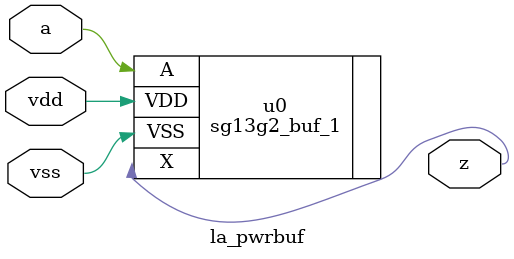
<source format=v>

(* keep_hierarchy *)
module la_pwrbuf #(
    parameter PROP = "DEFAULT"
) (
    input  vdd,
    input  vss,
    input  a,
    output z
);

  sg13g2_buf_1 u0 (
      .A  (a),
      .X  (z),
      .VSS(vss),
      .VDD(vdd)
  );

endmodule

</source>
